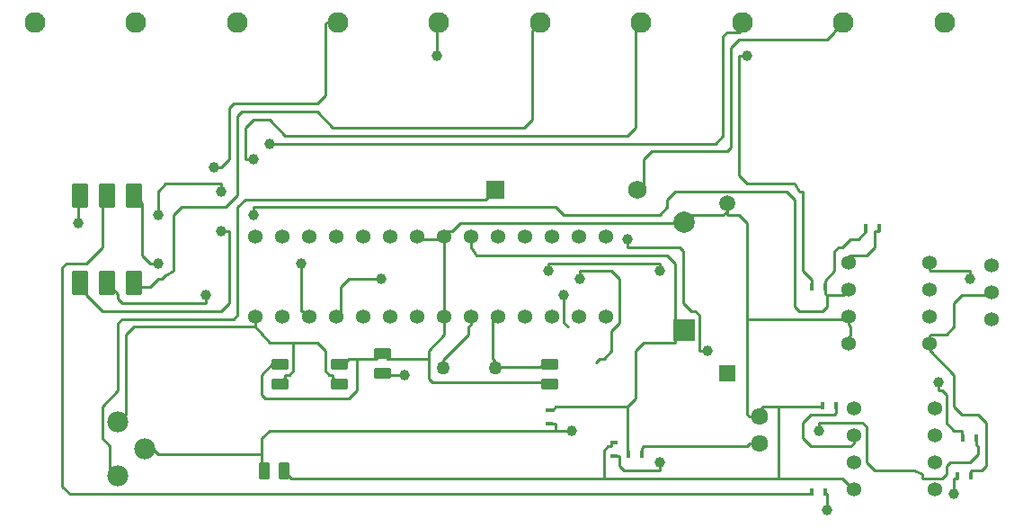
<source format=gtl>
G04 Generated by Ultiboard 13.0 *
%FSLAX25Y25*%
%MOIN*%

%ADD10C,0.00001*%
%ADD11C,0.01000*%
%ADD12C,0.05337*%
%ADD13R,0.04668X0.02251*%
%ADD14C,0.01666*%
%ADD15C,0.05000*%
%ADD16R,0.07874X0.07874*%
%ADD17C,0.07874*%
%ADD18R,0.06900X0.06900*%
%ADD19C,0.06900*%
%ADD20C,0.05906*%
%ADD21R,0.05906X0.05906*%
%ADD22C,0.06334*%
%ADD23C,0.07834*%
%ADD24R,0.04251X0.07334*%
%ADD25R,0.01181X0.03150*%
%ADD26R,0.03150X0.01181*%
%ADD27R,0.02251X0.04668*%
%ADD28C,0.03937*%
%ADD29C,0.07699*%


G04 ColorRGB 00FF00 for the following layer *
%LNCopper Top*%
%LPD*%
G54D10*
G54D11*
X383039Y169000D02*
X381598Y169000D01*
X380906Y168307D01*
X345472Y132874D02*
X346346Y132000D01*
X350000Y132000D01*
X380906Y168307D02*
X345472Y168307D01*
X345472Y132874D01*
X177165Y159449D02*
X168307Y159449D01*
X163000Y165354D01*
X163000Y165953D01*
X163000Y169039D01*
X428150Y183071D02*
X428150Y186024D01*
X413386Y186024D01*
X412961Y186449D01*
X412961Y189000D01*
X383039Y169000D02*
X383039Y166173D01*
X383858Y165354D01*
X383858Y162402D01*
X383039Y161583D01*
X383039Y159000D01*
X144685Y177165D02*
X144685Y174213D01*
X113681Y174213D01*
X112205Y175689D01*
X112205Y177545D01*
X108000Y181750D01*
X200787Y153543D02*
X200787Y141732D01*
X197835Y138780D01*
X166831Y138780D01*
X165354Y140256D01*
X165354Y147638D01*
X169383Y151667D01*
X172000Y151667D01*
X253000Y169039D02*
X251717Y169039D01*
X250984Y168307D01*
X250984Y153543D01*
X252000Y152528D01*
X252000Y150000D01*
X394557Y202001D02*
X394557Y200787D01*
X392717Y200787D01*
X392717Y194882D01*
X389764Y191929D01*
X383858Y191929D01*
X383039Y191110D01*
X383039Y189000D01*
X385039Y125000D02*
X385039Y122244D01*
X383858Y121063D01*
X369094Y121063D01*
X366142Y124016D01*
X366142Y129921D01*
X369094Y132874D01*
X377953Y132874D01*
X378557Y133478D01*
X378557Y136001D01*
X428557Y110001D02*
X428557Y112205D01*
X434055Y129921D02*
X431102Y132874D01*
X425197Y132874D01*
X422244Y135827D01*
X422244Y147638D01*
X412961Y156921D01*
X412961Y159000D01*
X428557Y112205D02*
X432579Y112205D01*
X434055Y113681D01*
X434055Y129921D01*
X252000Y216000D02*
X248598Y212598D01*
X159449Y212598D01*
X156496Y209646D01*
X156496Y169783D01*
X155020Y168307D01*
X113681Y168307D01*
X112205Y166831D01*
X112205Y141732D01*
X106299Y135827D01*
X106299Y124016D01*
X109252Y121063D01*
X109252Y112205D01*
X109795Y112205D01*
X112000Y110000D01*
X345472Y168307D02*
X345472Y203740D01*
X342520Y206693D01*
X338000Y206693D01*
X338000Y210992D01*
X163000Y169039D02*
X163000Y165953D01*
X162402Y165354D01*
X118110Y165354D01*
X115157Y162402D01*
X115157Y132874D01*
X114874Y132874D01*
X112000Y130000D01*
X374557Y180001D02*
X374557Y177608D01*
X375000Y177165D01*
X363189Y212598D02*
X360236Y215551D01*
X318898Y215551D01*
X315945Y212598D01*
X315945Y209646D01*
X312992Y206693D01*
X277559Y206693D01*
X274606Y209646D01*
X162402Y209646D01*
X162402Y206693D01*
X150591Y200787D02*
X153543Y200787D01*
X153543Y174213D01*
X150591Y171260D01*
X106299Y171260D01*
X100394Y177165D01*
X100394Y179356D01*
X98000Y181750D01*
X375000Y177165D02*
X375000Y172736D01*
X373524Y171260D01*
X364665Y171260D01*
X363189Y172736D01*
X363189Y212598D01*
X436000Y178000D02*
X434890Y178000D01*
X434055Y177165D01*
X425197Y177165D01*
X422244Y174213D01*
X422244Y165354D01*
X419291Y162402D01*
X413386Y162402D01*
X412961Y161976D01*
X412961Y159000D01*
X279035Y165354D02*
X277559Y166831D01*
X277559Y177165D01*
X233000Y169039D02*
X233000Y165622D01*
X233268Y165354D01*
X233268Y162402D01*
X212123Y153543D02*
X210000Y155667D01*
X233268Y162402D02*
X227362Y156496D01*
X227362Y153543D01*
X212123Y153543D01*
X301443Y117999D02*
X301181Y117999D01*
X274606Y135827D02*
X273336Y134557D01*
X271999Y134557D01*
X301181Y117999D02*
X301181Y135827D01*
X274606Y135827D01*
X350000Y122000D02*
X346409Y122000D01*
X345472Y121063D01*
X307087Y121063D01*
X306557Y120533D01*
X306557Y118001D01*
X425443Y123999D02*
X425197Y123999D01*
X425197Y126969D01*
X422244Y126969D01*
X419291Y129921D01*
X419291Y140256D01*
X417815Y141732D01*
X416339Y141732D01*
X416339Y144685D01*
X373443Y135999D02*
X373443Y135827D01*
X351378Y135827D01*
X350000Y134449D01*
X350000Y132000D01*
X150591Y215551D02*
X150591Y218504D01*
X129921Y218504D01*
X126969Y215551D01*
X126969Y206693D01*
X97441Y203740D02*
X97441Y214250D01*
X98000Y214250D01*
X210000Y155667D02*
X207877Y153543D01*
X197835Y153543D01*
X195958Y151667D01*
X194000Y151667D01*
X296001Y117443D02*
X298228Y117443D01*
X298228Y113681D01*
X299705Y112205D01*
X312992Y112205D01*
X312992Y115157D01*
X274606Y129443D02*
X272001Y129443D01*
X280512Y126969D02*
X274606Y126969D01*
X274606Y129443D01*
X272000Y151667D02*
X269777Y151667D01*
X268701Y150591D01*
X253937Y150591D01*
X253346Y150000D01*
X252000Y150000D01*
X243000Y169039D02*
X243000Y166228D01*
X242126Y165354D01*
X242126Y162402D01*
X232833Y153109D01*
X232833Y150000D01*
X330709Y156496D02*
X327756Y156496D01*
X327756Y169783D01*
X326280Y171260D01*
X324803Y171260D01*
X321850Y174213D01*
X321850Y193406D01*
X320374Y194882D01*
X301181Y194882D01*
X301181Y197835D01*
X322000Y204000D02*
X319157Y204000D01*
X318898Y203740D01*
X239173Y203740D01*
X236220Y200787D01*
X234827Y200787D01*
X233000Y198961D01*
X369443Y103999D02*
X369443Y103346D01*
X94488Y103346D01*
X91535Y106299D01*
X91535Y187500D01*
X93012Y188976D01*
X100394Y188976D01*
X106299Y194882D01*
X106299Y214250D01*
X108000Y214250D01*
X272000Y144333D02*
X272000Y144685D01*
X228839Y144685D01*
X227362Y146161D01*
X227362Y153543D01*
X322000Y164000D02*
X318898Y164000D01*
X318898Y188976D01*
X315945Y191929D01*
X245079Y191929D01*
X243000Y194882D01*
X243000Y195756D01*
X243000Y198961D01*
X374557Y180001D02*
X374557Y182628D01*
X377953Y186024D01*
X377953Y193406D01*
X379429Y194882D01*
X380906Y194882D01*
X383858Y197835D01*
X386811Y197835D01*
X389443Y200787D01*
X389443Y201108D01*
X389443Y201999D01*
X233000Y198961D02*
X233000Y195150D01*
X233268Y194882D01*
X233268Y171260D01*
X233000Y170992D01*
X233000Y169039D01*
X292323Y119587D02*
X293799Y121063D01*
X295276Y121063D01*
X295276Y122557D01*
X295999Y122557D01*
X357283Y135827D02*
X357283Y109252D01*
X292323Y109252D01*
X292323Y119587D01*
X194000Y144333D02*
X191929Y146404D01*
X191929Y147638D01*
X190453Y147638D01*
X188976Y149114D01*
X188976Y156496D01*
X186024Y159449D01*
X177165Y149114D02*
X175689Y147638D01*
X174213Y147638D01*
X174213Y146546D01*
X172000Y144333D01*
X186024Y159449D02*
X177165Y159449D01*
X177165Y149114D01*
X423443Y109999D02*
X423443Y109252D01*
X422244Y109252D01*
X422244Y103346D01*
X233000Y198961D02*
X231441Y198961D01*
X230315Y197835D01*
X224126Y197835D01*
X223000Y198961D01*
X274606Y126969D02*
X168307Y126969D01*
X165354Y124016D01*
X165354Y118110D01*
X375000Y97441D02*
X375000Y103346D01*
X374557Y103346D01*
X374557Y104001D01*
X338000Y210992D02*
X338000Y208079D01*
X336614Y206693D01*
X324693Y206693D01*
X322000Y204000D01*
X292323Y109252D02*
X176415Y109252D01*
X173667Y112000D01*
X166333Y112000D02*
X166333Y114178D01*
X126969Y118110D02*
X125079Y120000D01*
X122000Y120000D01*
X166333Y114178D02*
X165354Y115157D01*
X165354Y118110D01*
X126969Y118110D01*
X218504Y147638D02*
X210000Y147638D01*
X210000Y148333D01*
X430557Y124001D02*
X430557Y121608D01*
X431102Y121063D01*
X431102Y118110D01*
X428150Y115157D01*
X420768Y115157D01*
X419291Y113681D01*
X419291Y110728D01*
X417815Y109252D01*
X411909Y109252D01*
X410433Y109252D01*
X410433Y110728D01*
X407480Y112205D01*
X392717Y112205D01*
X389764Y115157D01*
X389764Y128445D01*
X388287Y129921D01*
X372047Y129921D01*
X372047Y126969D01*
X126969Y188976D02*
X124016Y188976D01*
X121063Y191929D01*
X121063Y211187D01*
X118000Y214250D01*
X312992Y186024D02*
X312992Y188976D01*
X271654Y188976D01*
X271654Y186024D01*
X289370Y152067D02*
X290846Y153543D01*
X292323Y153543D01*
X295276Y156496D01*
X295276Y163878D01*
X298228Y166831D01*
X298228Y183071D01*
X295276Y186024D01*
X283465Y186024D01*
X283465Y183071D01*
X209646Y183071D02*
X197835Y183071D01*
X194882Y180118D01*
X194882Y170921D01*
X193000Y169039D01*
X385039Y105000D02*
X383858Y106181D01*
X383858Y106299D01*
X380906Y109252D01*
X357283Y109252D01*
X322000Y164000D02*
X318898Y164000D01*
X318898Y159449D01*
X307087Y159449D01*
X304134Y156496D01*
X304134Y138780D01*
X301181Y135827D01*
X383039Y179000D02*
X381205Y177165D01*
X375000Y177165D01*
X374557Y177608D01*
X374557Y180001D01*
X168307Y233268D02*
X333661Y233268D01*
X336614Y236220D01*
X336614Y273130D01*
X338091Y274606D01*
X342520Y274606D01*
X343701Y275787D01*
X343701Y278000D01*
X183000Y169039D02*
X180780Y171260D01*
X180118Y171260D01*
X180118Y188976D01*
X162402Y227362D02*
X159449Y227362D01*
X159449Y239173D01*
X162402Y242126D01*
X168307Y242126D01*
X174213Y236220D01*
X301181Y236220D01*
X304134Y239173D01*
X304134Y275913D01*
X306220Y278000D01*
X147638Y224409D02*
X150591Y224409D01*
X153543Y227362D01*
X153543Y246555D01*
X155020Y248031D01*
X186024Y248031D01*
X188976Y250984D01*
X188976Y277559D01*
X189417Y278000D01*
X193780Y278000D01*
X230315Y265748D02*
X230315Y274606D01*
X231260Y275551D01*
X231260Y278000D01*
X268740Y278000D02*
X265748Y275008D01*
X265748Y242126D01*
X262795Y239173D01*
X191929Y239173D01*
X186024Y245079D01*
X157972Y245079D01*
X156496Y243602D01*
X156496Y214075D01*
X152067Y209646D01*
X135827Y209646D01*
X132874Y206693D01*
X132874Y186024D01*
X129921Y184547D01*
X128445Y183071D01*
X126969Y183071D01*
X124016Y180118D01*
X118000Y180118D01*
X118000Y181750D01*
X369443Y179999D02*
X369443Y182722D01*
X366142Y186024D01*
X366142Y214075D01*
X366142Y215551D01*
X364665Y215551D01*
X363189Y218504D01*
X345472Y218504D01*
X342520Y221457D01*
X342520Y265748D01*
X345472Y265748D01*
X304756Y216000D02*
X307087Y218331D01*
X307087Y227362D01*
X310039Y230315D01*
X338091Y230315D01*
X339567Y231791D01*
X339567Y268701D01*
X342520Y271654D01*
X375000Y271654D01*
X377953Y274606D01*
X377953Y274772D01*
X381181Y278000D01*
G54D12*
X163000Y169039D03*
X173000Y169039D03*
X183000Y169039D03*
X193000Y169039D03*
X203000Y169039D03*
X213000Y169039D03*
X223000Y169039D03*
X233000Y169039D03*
X243000Y169039D03*
X253000Y169039D03*
X263000Y169039D03*
X273000Y169039D03*
X283000Y169039D03*
X293000Y169039D03*
X163000Y198961D03*
X173000Y198961D03*
X183000Y198961D03*
X193000Y198961D03*
X203000Y198961D03*
X213000Y198961D03*
X223000Y198961D03*
X233000Y198961D03*
X243000Y198961D03*
X253000Y198961D03*
X263000Y198961D03*
X273000Y198961D03*
X283000Y198961D03*
X293000Y198961D03*
X385039Y135000D03*
X414961Y125000D03*
X385039Y125000D03*
X385039Y115000D03*
X385039Y105000D03*
X414961Y135000D03*
X414961Y115000D03*
X414961Y105000D03*
X383039Y189000D03*
X412961Y169000D03*
X383039Y179000D03*
X383039Y169000D03*
X383039Y159000D03*
X412961Y189000D03*
X412961Y179000D03*
X412961Y159000D03*
X436000Y188000D03*
X436000Y178000D03*
X436000Y168000D03*
G54D13*
X272000Y151667D03*
X272000Y144333D03*
X194000Y151667D03*
X194000Y144333D03*
X172000Y151667D03*
X172000Y144333D03*
X210000Y148333D03*
X210000Y155667D03*
G54D14*
X269666Y150542D02*
X274334Y150542D01*
X274334Y152792D01*
X269666Y152792D01*
X269666Y150542D01*D02*
X269666Y143208D02*
X274334Y143208D01*
X274334Y145458D01*
X269666Y145458D01*
X269666Y143208D01*D02*
X191666Y150542D02*
X196334Y150542D01*
X196334Y152792D01*
X191666Y152792D01*
X191666Y150542D01*D02*
X191666Y143208D02*
X196334Y143208D01*
X196334Y145458D01*
X191666Y145458D01*
X191666Y143208D01*D02*
X169666Y150542D02*
X174334Y150542D01*
X174334Y152792D01*
X169666Y152792D01*
X169666Y150542D01*D02*
X169666Y143208D02*
X174334Y143208D01*
X174334Y145458D01*
X169666Y145458D01*
X169666Y143208D01*D02*
X207666Y147208D02*
X212334Y147208D01*
X212334Y149458D01*
X207666Y149458D01*
X207666Y147208D01*D02*
X207666Y154542D02*
X212334Y154542D01*
X212334Y156792D01*
X207666Y156792D01*
X207666Y154542D01*D02*
X95875Y178083D02*
X100125Y178083D01*
X100125Y185417D01*
X95875Y185417D01*
X95875Y178083D01*D02*
X95875Y210583D02*
X100125Y210583D01*
X100125Y217917D01*
X95875Y217917D01*
X95875Y210583D01*D02*
X105875Y210583D02*
X110125Y210583D01*
X110125Y217917D01*
X105875Y217917D01*
X105875Y210583D01*D02*
X115875Y210583D02*
X120125Y210583D01*
X120125Y217917D01*
X115875Y217917D01*
X115875Y210583D01*D02*
X115875Y178083D02*
X120125Y178083D01*
X120125Y185417D01*
X115875Y185417D01*
X115875Y178083D01*D02*
X105875Y178083D02*
X110125Y178083D01*
X110125Y185417D01*
X105875Y185417D01*
X105875Y178083D01*D02*
X172542Y109666D02*
X174792Y109666D01*
X174792Y114334D01*
X172542Y114334D01*
X172542Y109666D01*D02*
X165208Y109666D02*
X167458Y109666D01*
X167458Y114334D01*
X165208Y114334D01*
X165208Y109666D01*D02*
G54D15*
X252000Y150000D03*
X232833Y150000D03*
G54D16*
X322000Y164000D03*
G54D17*
X322000Y204000D03*
G54D18*
X252000Y216000D03*
G54D19*
X304756Y216000D03*
G54D20*
X338000Y210992D03*
G54D21*
X338000Y148000D03*
G54D22*
X350000Y122000D03*
X350000Y132000D03*
G54D23*
X122000Y120000D03*
X112000Y110000D03*
X112000Y130000D03*
G54D24*
X98000Y181750D03*
X98000Y214250D03*
X108000Y214250D03*
X118000Y214250D03*
X118000Y181750D03*
X108000Y181750D03*
G54D25*
X369443Y179999D03*
X374557Y180001D03*
X373443Y135999D03*
X378557Y136001D03*
X425443Y123999D03*
X430557Y124001D03*
X306557Y118001D03*
X301443Y117999D03*
X423443Y109999D03*
X428557Y110001D03*
X369443Y103999D03*
X374557Y104001D03*
X389443Y201999D03*
X394557Y202001D03*
G54D26*
X295999Y122557D03*
X296001Y117443D03*
X271999Y134557D03*
X272001Y129443D03*
G54D27*
X173667Y112000D03*
X166333Y112000D03*
G54D28*
X144685Y177165D03*
X283465Y183071D03*
X209646Y183071D03*
X277559Y177165D03*
X428150Y183071D03*
X218504Y147638D03*
X372047Y126969D03*
X126969Y188976D03*
X330709Y156496D03*
X301181Y197835D03*
X162402Y206693D03*
X150591Y200787D03*
X312992Y186024D03*
X271654Y186024D03*
X416339Y144685D03*
X422244Y103346D03*
X312992Y115157D03*
X280512Y126969D03*
X375000Y97441D03*
X150591Y215551D03*
X126969Y206693D03*
X97441Y203740D03*
X168307Y233268D03*
X180118Y188976D03*
X162402Y227362D03*
X147638Y224409D03*
X230315Y265748D03*
X345472Y265748D03*
G54D29*
X81339Y278000D03*
X118819Y278000D03*
X156299Y278000D03*
X193780Y278000D03*
X231260Y278000D03*
X268740Y278000D03*
X306220Y278000D03*
X343701Y278000D03*
X381181Y278000D03*
X418661Y278000D03*

M02*

</source>
